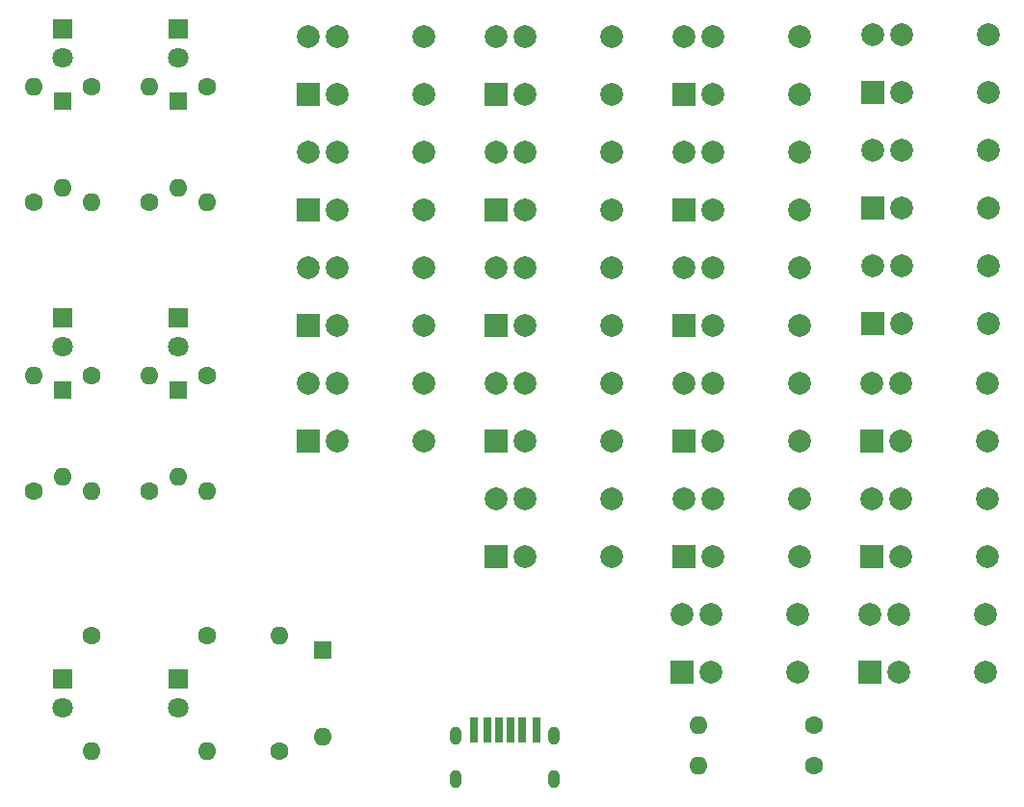
<source format=gbr>
%TF.GenerationSoftware,KiCad,Pcbnew,7.0.2*%
%TF.CreationDate,2023-05-28T17:25:48-07:00*%
%TF.ProjectId,relay-prototype,72656c61-792d-4707-926f-746f74797065,rev?*%
%TF.SameCoordinates,Original*%
%TF.FileFunction,Soldermask,Top*%
%TF.FilePolarity,Negative*%
%FSLAX46Y46*%
G04 Gerber Fmt 4.6, Leading zero omitted, Abs format (unit mm)*
G04 Created by KiCad (PCBNEW 7.0.2) date 2023-05-28 17:25:48*
%MOMM*%
%LPD*%
G01*
G04 APERTURE LIST*
G04 Aperture macros list*
%AMRoundRect*
0 Rectangle with rounded corners*
0 $1 Rounding radius*
0 $2 $3 $4 $5 $6 $7 $8 $9 X,Y pos of 4 corners*
0 Add a 4 corners polygon primitive as box body*
4,1,4,$2,$3,$4,$5,$6,$7,$8,$9,$2,$3,0*
0 Add four circle primitives for the rounded corners*
1,1,$1+$1,$2,$3*
1,1,$1+$1,$4,$5*
1,1,$1+$1,$6,$7*
1,1,$1+$1,$8,$9*
0 Add four rect primitives between the rounded corners*
20,1,$1+$1,$2,$3,$4,$5,0*
20,1,$1+$1,$4,$5,$6,$7,0*
20,1,$1+$1,$6,$7,$8,$9,0*
20,1,$1+$1,$8,$9,$2,$3,0*%
G04 Aperture macros list end*
%ADD10RoundRect,0.500000X0.000000X-0.300000X0.000000X-0.300000X0.000000X0.300000X0.000000X0.300000X0*%
%ADD11R,0.700000X2.200000*%
%ADD12R,0.800000X2.200000*%
%ADD13R,2.000000X2.000000*%
%ADD14C,2.000000*%
%ADD15R,1.800000X1.800000*%
%ADD16C,1.800000*%
%ADD17R,1.600000X1.600000*%
%ADD18O,1.600000X1.600000*%
%ADD19C,1.600000*%
G04 APERTURE END LIST*
D10*
%TO.C,J1*%
X91810000Y-107518840D03*
X91810000Y-111318840D03*
X100450000Y-107518840D03*
X100450000Y-111318840D03*
D11*
X95630000Y-107018840D03*
X97650000Y-107018840D03*
D12*
X98880000Y-107018840D03*
D11*
X96630000Y-107018840D03*
X94610000Y-107018840D03*
D12*
X93380000Y-107018840D03*
%TD*%
D13*
%TO.C,K15*%
X78832600Y-61286190D03*
D14*
X81372600Y-61286190D03*
X88992600Y-61286190D03*
X88992600Y-56206190D03*
X81372600Y-56206190D03*
X78832600Y-56206190D03*
%TD*%
D15*
%TO.C,LED1*%
X67402600Y-45411190D03*
D16*
X67402600Y-47951190D03*
%TD*%
D13*
%TO.C,K20*%
X111730100Y-101926190D03*
D14*
X114270100Y-101926190D03*
X121890100Y-101926190D03*
X121890100Y-96846190D03*
X114270100Y-96846190D03*
X111730100Y-96846190D03*
%TD*%
D15*
%TO.C,LED3*%
X67402600Y-70811190D03*
D16*
X67402600Y-73351190D03*
%TD*%
D13*
%TO.C,K10*%
X111852600Y-51126190D03*
D14*
X114392600Y-51126190D03*
X122012600Y-51126190D03*
X122012600Y-46046190D03*
X114392600Y-46046190D03*
X111852600Y-46046190D03*
%TD*%
D15*
%TO.C,LED2*%
X57242600Y-45411190D03*
D16*
X57242600Y-47951190D03*
%TD*%
D13*
%TO.C,K11*%
X128362600Y-81606190D03*
D14*
X130902600Y-81606190D03*
X138522600Y-81606190D03*
X138522600Y-76526190D03*
X130902600Y-76526190D03*
X128362600Y-76526190D03*
%TD*%
D13*
%TO.C,K14*%
X128485100Y-50993690D03*
D14*
X131025100Y-50993690D03*
X138645100Y-50993690D03*
X138645100Y-45913690D03*
X131025100Y-45913690D03*
X128485100Y-45913690D03*
%TD*%
D15*
%TO.C,LED6*%
X57242600Y-102561190D03*
D16*
X57242600Y-105101190D03*
%TD*%
D15*
%TO.C,LED5*%
X67402600Y-102561190D03*
D16*
X67402600Y-105101190D03*
%TD*%
D17*
%TO.C,B0*%
X67402600Y-77161190D03*
D18*
X67402600Y-84781190D03*
%TD*%
D13*
%TO.C,K18*%
X78832600Y-81606190D03*
D14*
X81372600Y-81606190D03*
X88992600Y-81606190D03*
X88992600Y-76526190D03*
X81372600Y-76526190D03*
X78832600Y-76526190D03*
%TD*%
D13*
%TO.C,K3*%
X95342020Y-71446220D03*
D14*
X97882020Y-71446220D03*
X105502020Y-71446220D03*
X105502020Y-66366220D03*
X97882020Y-66366220D03*
X95342020Y-66366220D03*
%TD*%
D15*
%TO.C,LED4*%
X57242600Y-70811190D03*
D16*
X57242600Y-73351190D03*
%TD*%
D17*
%TO.C,A0*%
X67402600Y-51761190D03*
D18*
X67402600Y-59381190D03*
%TD*%
D13*
%TO.C,K7*%
X111852600Y-81606190D03*
D14*
X114392600Y-81606190D03*
X122012600Y-81606190D03*
X122012600Y-76526190D03*
X114392600Y-76526190D03*
X111852600Y-76526190D03*
%TD*%
D13*
%TO.C,K21*%
X128240100Y-101926190D03*
D14*
X130780100Y-101926190D03*
X138400100Y-101926190D03*
X138400100Y-96846190D03*
X130780100Y-96846190D03*
X128240100Y-96846190D03*
%TD*%
D13*
%TO.C,K19*%
X95342600Y-91766190D03*
D14*
X97882600Y-91766190D03*
X105502600Y-91766190D03*
X105502600Y-86686190D03*
X97882600Y-86686190D03*
X95342600Y-86686190D03*
%TD*%
D17*
%TO.C,A1*%
X57242600Y-51761190D03*
D18*
X57242600Y-59381190D03*
%TD*%
D13*
%TO.C,K12*%
X128485100Y-71313690D03*
D14*
X131025100Y-71313690D03*
X138645100Y-71313690D03*
X138645100Y-66233690D03*
X131025100Y-66233690D03*
X128485100Y-66233690D03*
%TD*%
D13*
%TO.C,K2*%
X95342020Y-81606025D03*
D14*
X97882020Y-81606025D03*
X105502020Y-81606025D03*
X105502020Y-76526025D03*
X97882020Y-76526025D03*
X95342020Y-76526025D03*
%TD*%
D13*
%TO.C,K13*%
X128485100Y-61153690D03*
D14*
X131025100Y-61153690D03*
X138645100Y-61153690D03*
X138645100Y-56073690D03*
X131025100Y-56073690D03*
X128485100Y-56073690D03*
%TD*%
D13*
%TO.C,K17*%
X78832600Y-71446190D03*
D14*
X81372600Y-71446190D03*
X88992600Y-71446190D03*
X88992600Y-66366190D03*
X81372600Y-66366190D03*
X78832600Y-66366190D03*
%TD*%
D13*
%TO.C,K8*%
X111852600Y-71446190D03*
D14*
X114392600Y-71446190D03*
X122012600Y-71446190D03*
X122012600Y-66366190D03*
X114392600Y-66366190D03*
X111852600Y-66366190D03*
%TD*%
D13*
%TO.C,K9*%
X111852600Y-61286190D03*
D14*
X114392600Y-61286190D03*
X122012600Y-61286190D03*
X122012600Y-56206190D03*
X114392600Y-56206190D03*
X111852600Y-56206190D03*
%TD*%
D17*
%TO.C,B1*%
X57242600Y-77161190D03*
D18*
X57242600Y-84781190D03*
%TD*%
D13*
%TO.C,K5*%
X95342020Y-51126610D03*
D14*
X97882020Y-51126610D03*
X105502020Y-51126610D03*
X105502020Y-46046610D03*
X97882020Y-46046610D03*
X95342020Y-46046610D03*
%TD*%
D13*
%TO.C,K6*%
X128362600Y-91766190D03*
D14*
X130902600Y-91766190D03*
X138522600Y-91766190D03*
X138522600Y-86686190D03*
X130902600Y-86686190D03*
X128362600Y-86686190D03*
%TD*%
D13*
%TO.C,K1*%
X111852020Y-91765830D03*
D14*
X114392020Y-91765830D03*
X122012020Y-91765830D03*
X122012020Y-86685830D03*
X114392020Y-86685830D03*
X111852020Y-86685830D03*
%TD*%
D13*
%TO.C,K16*%
X78832600Y-51126610D03*
D14*
X81372600Y-51126610D03*
X88992600Y-51126610D03*
X88992600Y-46046610D03*
X81372600Y-46046610D03*
X78832600Y-46046610D03*
%TD*%
D13*
%TO.C,K4*%
X95342020Y-61286415D03*
D14*
X97882020Y-61286415D03*
X105502020Y-61286415D03*
X105502020Y-56206415D03*
X97882020Y-56206415D03*
X95342020Y-56206415D03*
%TD*%
D17*
%TO.C,S1*%
X80102600Y-100021190D03*
D18*
X80102600Y-107641190D03*
%TD*%
D19*
%TO.C,RCC2*%
X123282600Y-106599790D03*
D18*
X113122600Y-106599790D03*
%TD*%
D19*
%TO.C,R2*%
X59782600Y-50491190D03*
D18*
X59782600Y-60651190D03*
%TD*%
D19*
%TO.C,RCC1*%
X123282600Y-110181190D03*
D18*
X113122600Y-110181190D03*
%TD*%
D19*
%TO.C,R1*%
X69942600Y-50491190D03*
D18*
X69942600Y-60651190D03*
%TD*%
D19*
%TO.C,R9*%
X76292600Y-108911190D03*
D18*
X76292600Y-98751190D03*
%TD*%
D19*
%TO.C,R10*%
X69942600Y-98751190D03*
D18*
X69942600Y-108911190D03*
%TD*%
D19*
%TO.C,R5*%
X64862600Y-60651190D03*
D18*
X64862600Y-50491190D03*
%TD*%
D19*
%TO.C,R11*%
X59782600Y-98751190D03*
D18*
X59782600Y-108911190D03*
%TD*%
D19*
%TO.C,R8*%
X54702600Y-86051190D03*
D18*
X54702600Y-75891190D03*
%TD*%
D19*
%TO.C,R3*%
X69942600Y-75891190D03*
D18*
X69942600Y-86051190D03*
%TD*%
D19*
%TO.C,R7*%
X64862600Y-86051190D03*
D18*
X64862600Y-75891190D03*
%TD*%
D19*
%TO.C,R6*%
X54702600Y-60651190D03*
D18*
X54702600Y-50491190D03*
%TD*%
D19*
%TO.C,R4*%
X59782600Y-75891190D03*
D18*
X59782600Y-86051190D03*
%TD*%
M02*

</source>
